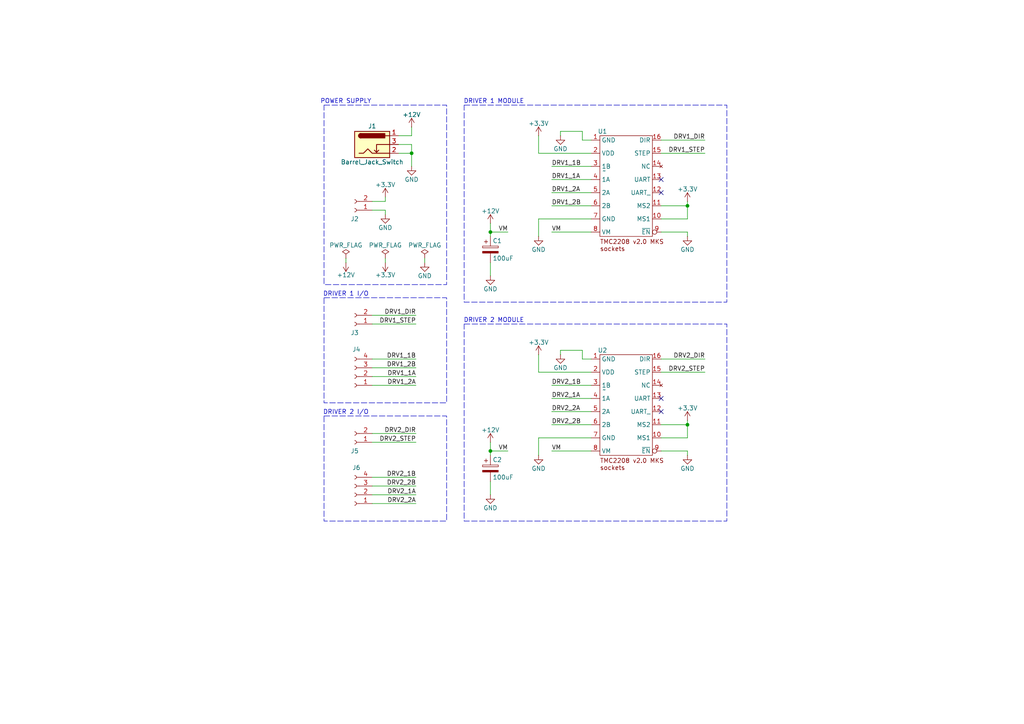
<source format=kicad_sch>
(kicad_sch (version 20231120) (generator "eeschema") (generator_version "8.0")
  (paper "A4")
  (title_block (title "Photohead board") (date "2024-03-02") (rev "v01") (comment 2 "creativecommons.org/licenses/by/4.0") (comment 3 "License: CC BY 4.0") (comment 4 "Author: Bastien Sagetat"))
  (lib_symbols
    (symbol "Connector:Barrel_Jack_Switch" (pin_names hide)
      (property "Reference" "J" (at 0 5.334 0))
      (property "Value" "Barrel_Jack_Switch" (at 0 -5.08 0))
      (symbol "Barrel_Jack_Switch_0_1"
        (rectangle (start -5.08 3.81) (end 5.08 -3.81) (stroke (width 0.254)) (fill (type background)))
        (arc (start -3.302 3.175) (mid -3.9343 2.54) (end -3.302 1.905) (stroke (width 0.254)))
        (arc (start -3.302 3.175) (mid -3.9343 2.54) (end -3.302 1.905) (stroke (width 0.254)) (fill (type outline)))
        (polyline (pts (xy 1.27 -2.286) (xy 1.905 -1.651)) (stroke (width 0.254)))
        (polyline (pts (xy 5.08 2.54) (xy 3.81 2.54)) (stroke (width 0.254)))
        (polyline (pts (xy 5.08 0) (xy 1.27 0) (xy 1.27 -2.286) (xy 0.635 -1.651)) (stroke (width 0.254)))
        (polyline (pts (xy -3.81 -2.54) (xy -2.54 -2.54) (xy -1.27 -1.27) (xy 0 -2.54) (xy 2.54 -2.54) (xy 5.08 -2.54)) (stroke (width 0.254)))
        (rectangle (start 3.683 3.175) (end -3.302 1.905) (stroke (width 0.254)) (fill (type outline)))
      )
      (symbol "Barrel_Jack_Switch_1_1"
        (pin passive line (at 7.62 2.54 180) (length 2.54) (name "~") (number "1"))
        (pin passive line (at 7.62 -2.54 180) (length 2.54) (name "~") (number "2"))
        (pin passive line (at 7.62 0 180) (length 2.54) (name "~") (number "3"))
      )
    )
    (symbol "Connector:Conn_01x02_Socket" (pin_names (offset 1.016) hide)
      (property "Reference" "J" (at 0 2.54 0))
      (property "Value" "Conn_01x02_Socket" (at 0 -5.08 0))
      (symbol "Conn_01x02_Socket_1_1"
        (arc (start 0 -2.032) (mid -0.5058 -2.54) (end 0 -3.048) (stroke (width 0.1524)))
        (polyline (pts (xy -1.27 -2.54) (xy -0.508 -2.54)) (stroke (width 0.1524)))
        (polyline (pts (xy -1.27 0) (xy -0.508 0)) (stroke (width 0.1524)))
        (arc (start 0 0.508) (mid -0.5058 0) (end 0 -0.508) (stroke (width 0.1524)))
        (pin passive line (at -5.08 0 0) (length 3.81) (name "Pin_1") (number "1"))
        (pin passive line (at -5.08 -2.54 0) (length 3.81) (name "Pin_2") (number "2"))
      )
    )
    (symbol "Connector:Conn_01x04_Socket" (pin_names (offset 1.016) hide)
      (property "Reference" "J" (at 0 5.08 0))
      (property "Value" "Conn_01x04_Socket" (at 0 -7.62 0))
      (symbol "Conn_01x04_Socket_1_1"
        (arc (start 0 -4.572) (mid -0.5058 -5.08) (end 0 -5.588) (stroke (width 0.1524)))
        (arc (start 0 -2.032) (mid -0.5058 -2.54) (end 0 -3.048) (stroke (width 0.1524)))
        (polyline (pts (xy -1.27 -5.08) (xy -0.508 -5.08)) (stroke (width 0.1524)))
        (polyline (pts (xy -1.27 -2.54) (xy -0.508 -2.54)) (stroke (width 0.1524)))
        (polyline (pts (xy -1.27 0) (xy -0.508 0)) (stroke (width 0.1524)))
        (polyline (pts (xy -1.27 2.54) (xy -0.508 2.54)) (stroke (width 0.1524)))
        (arc (start 0 0.508) (mid -0.5058 0) (end 0 -0.508) (stroke (width 0.1524)))
        (arc (start 0 3.048) (mid -0.5058 2.54) (end 0 2.032) (stroke (width 0.1524)))
        (pin passive line (at -5.08 2.54 0) (length 3.81) (name "Pin_1") (number "1"))
        (pin passive line (at -5.08 0 0) (length 3.81) (name "Pin_2") (number "2"))
        (pin passive line (at -5.08 -2.54 0) (length 3.81) (name "Pin_3") (number "3"))
        (pin passive line (at -5.08 -5.08 0) (length 3.81) (name "Pin_4") (number "4"))
      )
    )
    (symbol "Device:C_Polarized" (pin_numbers hide) (pin_names (offset 0.254))
      (property "Reference" "C" (at 0.635 2.54 0))
      (property "Value" "C_Polarized" (at 0.635 -2.54 0))
      (symbol "C_Polarized_0_1"
        (rectangle (start -2.286 0.508) (end 2.286 1.016))
        (polyline (pts (xy -1.778 2.286) (xy -0.762 2.286)))
        (polyline (pts (xy -1.27 2.794) (xy -1.27 1.778)))
        (rectangle (start 2.286 -0.508) (end -2.286 -1.016) (fill (type outline)))
      )
      (symbol "C_Polarized_1_1"
        (pin passive line (at 0 3.81 270) (length 2.794) (name "~") (number "1"))
        (pin passive line (at 0 -3.81 90) (length 2.794) (name "~") (number "2"))
      )
    )
    (symbol "TMC2208_v2.0_MKS_sockets_1" (pin_names (offset 0.5))
      (property "Reference" "U" (at -6.858 15.24 0))
      (symbol "TMC2208_v2.0_MKS_sockets_1_0_1"
        (rectangle (start 7.62 13.97) (end -7.62 -15.24))
      )
      (symbol "TMC2208_v2.0_MKS_sockets_1_1_1"
        (text "TMC2208 v2.0 MKS\nsockets" (at -7.62 -17.78 0) (effects (font (size 1.27 1.27)) (justify left)))
        (pin power_in line (at -10.16 12.7 0) (length 2.54) (name "GND") (number "1"))
        (pin input line (at 10.16 -10.16 180) (length 2.54) (name "MS1") (number "10"))
        (pin input line (at 10.16 -6.35 180) (length 2.54) (name "MS2") (number "11"))
        (pin power_in line (at 10.16 -2.54 180) (length 2.54) (name "UART_") (number "12"))
        (pin bidirectional line (at 10.16 1.27 180) (length 2.54) (name "UART") (number "13"))
        (pin no_connect line (at 10.16 5.08 180) (length 2.54) (name "NC") (number "14"))
        (pin input line (at 10.16 8.89 180) (length 2.54) (name "STEP") (number "15"))
        (pin input line (at 10.16 12.7 180) (length 2.54) (name "DIR") (number "16"))
        (pin power_in line (at -10.16 8.89 0) (length 2.54) (name "VDD") (number "2"))
        (pin output line (at -10.16 5.08 0) (length 2.54) (name "1B") (number "3"))
        (pin output line (at -10.16 1.27 0) (length 2.54) (name "1A") (number "4"))
        (pin output line (at -10.16 -2.54 0) (length 2.54) (name "2A") (number "5"))
        (pin output line (at -10.16 -6.35 0) (length 2.54) (name "2B") (number "6"))
        (pin power_in line (at -10.16 -10.16 0) (length 2.54) (name "GND") (number "7"))
        (pin power_in line (at -10.16 -13.97 0) (length 2.54) (name "VM") (number "8"))
        (pin input inverted (at 10.16 -13.97 180) (length 2.54) (name "~{EN}") (number "9"))
      )
    )
    (symbol "power:+12V" (power) (pin_numbers hide) (pin_names (offset 0) hide)
      (property "Value" "+12V" (at 0 3.556 0))
      (symbol "+12V_0_1"
        (polyline (pts (xy -0.762 1.27) (xy 0 2.54)))
        (polyline (pts (xy 0 0) (xy 0 2.54)))
        (polyline (pts (xy 0 2.54) (xy 0.762 1.27)))
      )
      (symbol "+12V_1_1"
        (pin power_in line (at 0 0 90) (length 0) (name "~") (number "1"))
      )
    )
    (symbol "power:+3.3V" (power) (pin_numbers hide) (pin_names (offset 0) hide)
      (property "Value" "+3.3V" (at 0 3.556 0))
      (symbol "+3.3V_0_1"
        (polyline (pts (xy -0.762 1.27) (xy 0 2.54)))
        (polyline (pts (xy 0 0) (xy 0 2.54)))
        (polyline (pts (xy 0 2.54) (xy 0.762 1.27)))
      )
      (symbol "+3.3V_1_1"
        (pin power_in line (at 0 0 90) (length 0) (name "~") (number "1"))
      )
    )
    (symbol "power:GND" (power) (pin_numbers hide) (pin_names (offset 0) hide)
      (property "Value" "GND" (at 0 -3.81 0))
      (symbol "GND_0_1"
        (polyline (pts (xy 0 0) (xy 0 -1.27) (xy 1.27 -1.27) (xy 0 -2.54) (xy -1.27 -1.27) (xy 0 -1.27)))
      )
      (symbol "GND_1_1"
        (pin power_in line (at 0 0 270) (length 0) (name "~") (number "1"))
      )
    )
    (symbol "power:PWR_FLAG" (power) (pin_numbers hide) (pin_names (offset 0) hide)
      (property "Value" "PWR_FLAG" (at 0 3.81 0))
      (symbol "PWR_FLAG_0_0"
        (pin power_out line (at 0 0 90) (length 0) (name "~") (number "1"))
      )
      (symbol "PWR_FLAG_0_1"
        (polyline (pts (xy 0 0) (xy 0 1.27) (xy -1.016 1.905) (xy 0 2.54) (xy 1.016 1.905) (xy 0 1.27)))
      )
    )
  )
  (junction (at 142.24 67.31))
  (junction (at 199.39 123.19))
  (junction (at 142.24 130.81))
  (junction (at 199.39 59.69))
  (junction (at 119.38 44.45))
  (no_connect (at 191.77 115.57))
  (no_connect (at 191.77 52.07))
  (no_connect (at 191.77 119.38))
  (no_connect (at 191.77 55.88))
  (wire (pts (xy 160.02 111.76) (xy 171.45 111.76)))
  (wire (pts (xy 191.77 63.5) (xy 199.39 63.5)))
  (wire (pts (xy 156.21 127) (xy 171.45 127)))
  (wire (pts (xy 107.95 109.22) (xy 120.65 109.22)))
  (wire (pts (xy 199.39 132.08) (xy 199.39 130.81)))
  (wire (pts (xy 142.24 64.77) (xy 142.24 67.31)))
  (wire (pts (xy 162.56 38.1) (xy 162.56 39.37)))
  (wire (pts (xy 107.95 140.97) (xy 120.65 140.97)))
  (wire (pts (xy 199.39 58.42) (xy 199.39 59.69)))
  (wire (pts (xy 142.24 130.81) (xy 142.24 132.08)))
  (wire (pts (xy 107.95 58.42) (xy 111.76 58.42)))
  (wire (pts (xy 107.95 111.76) (xy 120.65 111.76)))
  (wire (pts (xy 142.24 67.31) (xy 142.24 68.58)))
  (wire (pts (xy 171.45 40.64) (xy 168.91 40.64)))
  (wire (pts (xy 191.77 44.45) (xy 204.47 44.45)))
  (wire (pts (xy 156.21 39.37) (xy 156.21 44.45)))
  (wire (pts (xy 142.24 128.27) (xy 142.24 130.81)))
  (wire (pts (xy 191.77 67.31) (xy 199.39 67.31)))
  (wire (pts (xy 142.24 76.2) (xy 142.24 80.01)))
  (wire (pts (xy 168.91 40.64) (xy 168.91 38.1)))
  (wire (pts (xy 107.95 91.44) (xy 120.65 91.44)))
  (wire (pts (xy 171.45 104.14) (xy 168.91 104.14)))
  (wire (pts (xy 119.38 36.83) (xy 119.38 39.37)))
  (wire (pts (xy 191.77 40.64) (xy 204.47 40.64)))
  (wire (pts (xy 107.95 128.27) (xy 120.65 128.27)))
  (wire (pts (xy 191.77 59.69) (xy 199.39 59.69)))
  (wire (pts (xy 156.21 107.95) (xy 171.45 107.95)))
  (wire (pts (xy 119.38 44.45) (xy 119.38 48.26)))
  (wire (pts (xy 168.91 104.14) (xy 168.91 101.6)))
  (wire (pts (xy 115.57 39.37) (xy 119.38 39.37)))
  (wire (pts (xy 168.91 38.1) (xy 162.56 38.1)))
  (wire (pts (xy 160.02 59.69) (xy 171.45 59.69)))
  (wire (pts (xy 115.57 44.45) (xy 119.38 44.45)))
  (wire (pts (xy 142.24 67.31) (xy 147.32 67.31)))
  (wire (pts (xy 142.24 139.7) (xy 142.24 143.51)))
  (wire (pts (xy 191.77 127) (xy 199.39 127)))
  (wire (pts (xy 191.77 107.95) (xy 204.47 107.95)))
  (wire (pts (xy 111.76 74.93) (xy 111.76 76.2)))
  (wire (pts (xy 162.56 101.6) (xy 162.56 102.87)))
  (wire (pts (xy 100.33 74.93) (xy 100.33 76.2)))
  (wire (pts (xy 191.77 130.81) (xy 199.39 130.81)))
  (wire (pts (xy 160.02 115.57) (xy 171.45 115.57)))
  (wire (pts (xy 111.76 60.96) (xy 111.76 62.23)))
  (wire (pts (xy 199.39 121.92) (xy 199.39 123.19)))
  (wire (pts (xy 156.21 44.45) (xy 171.45 44.45)))
  (wire (pts (xy 107.95 138.43) (xy 120.65 138.43)))
  (wire (pts (xy 160.02 130.81) (xy 171.45 130.81)))
  (wire (pts (xy 115.57 41.91) (xy 119.38 41.91)))
  (wire (pts (xy 107.95 104.14) (xy 120.65 104.14)))
  (wire (pts (xy 107.95 125.73) (xy 120.65 125.73)))
  (wire (pts (xy 107.95 106.68) (xy 120.65 106.68)))
  (wire (pts (xy 107.95 143.51) (xy 120.65 143.51)))
  (wire (pts (xy 160.02 48.26) (xy 171.45 48.26)))
  (wire (pts (xy 191.77 104.14) (xy 204.47 104.14)))
  (wire (pts (xy 142.24 130.81) (xy 147.32 130.81)))
  (wire (pts (xy 107.95 60.96) (xy 111.76 60.96)))
  (wire (pts (xy 156.21 68.58) (xy 156.21 63.5)))
  (wire (pts (xy 111.76 58.42) (xy 111.76 57.15)))
  (wire (pts (xy 199.39 59.69) (xy 199.39 63.5)))
  (wire (pts (xy 168.91 101.6) (xy 162.56 101.6)))
  (wire (pts (xy 156.21 102.87) (xy 156.21 107.95)))
  (wire (pts (xy 156.21 63.5) (xy 171.45 63.5)))
  (wire (pts (xy 160.02 119.38) (xy 171.45 119.38)))
  (wire (pts (xy 107.95 146.05) (xy 120.65 146.05)))
  (wire (pts (xy 156.21 132.08) (xy 156.21 127)))
  (wire (pts (xy 199.39 68.58) (xy 199.39 67.31)))
  (wire (pts (xy 160.02 123.19) (xy 171.45 123.19)))
  (wire (pts (xy 199.39 123.19) (xy 199.39 127)))
  (wire (pts (xy 160.02 67.31) (xy 171.45 67.31)))
  (wire (pts (xy 160.02 55.88) (xy 171.45 55.88)))
  (wire (pts (xy 119.38 41.91) (xy 119.38 44.45)))
  (wire (pts (xy 123.19 74.93) (xy 123.19 76.2)))
  (wire (pts (xy 160.02 52.07) (xy 171.45 52.07)))
  (wire (pts (xy 107.95 93.98) (xy 120.65 93.98)))
  (wire (pts (xy 191.77 123.19) (xy 199.39 123.19)))
  (rectangle (start 134.62 30.48) (end 210.82 87.63) (stroke (width 0) (type dash)))
  (rectangle (start 93.98 120.65) (end 129.54 151.13) (stroke (width 0) (type dash)))
  (rectangle (start 93.98 86.36) (end 129.54 116.84) (stroke (width 0) (type dash)))
  (rectangle (start 134.62 93.98) (end 210.82 151.13) (stroke (width 0) (type dash)))
  (rectangle (start 93.98 30.48) (end 129.54 82.55) (stroke (width 0) (type dash)))
  (text "DRIVER 1 MODULE" (at 143.256 29.464 0) (effects (font (size 1.27 1.27))))
  (text "POWER SUPPLY" (at 100.33 29.464 0) (effects (font (size 1.27 1.27))))
  (text "DRIVER 2 I/O" (at 100.33 119.634 0) (effects (font (size 1.27 1.27))))
  (text "DRIVER 2 MODULE" (at 143.256 92.964 0) (effects (font (size 1.27 1.27))))
  (text "DRIVER 1 I/O" (at 100.33 85.344 0) (effects (font (size 1.27 1.27))))
  (label "VM" (at 160.02 67.31 0))
  (label "DRV1_2A" (at 120.65 111.76 180))
  (label "DRV1_STEP" (at 120.65 93.98 180))
  (label "DRV2_DIR" (at 204.47 104.14 180))
  (label "VM" (at 147.32 130.81 180))
  (label "DRV1_1A" (at 160.02 52.07 0))
  (label "DRV2_STEP" (at 204.47 107.95 180))
  (label "DRV2_2B" (at 160.02 123.19 0))
  (label "DRV2_STEP" (at 120.65 128.27 180))
  (label "DRV1_DIR" (at 204.47 40.64 180))
  (label "DRV1_2B" (at 120.65 106.68 180))
  (label "DRV2_1A" (at 160.02 115.57 0))
  (label "VM" (at 147.32 67.31 180))
  (label "DRV1_1B" (at 120.65 104.14 180))
  (label "DRV2_1B" (at 120.65 138.43 180))
  (label "DRV1_1A" (at 120.65 109.22 180))
  (label "DRV1_2A" (at 160.02 55.88 0))
  (label "DRV2_2A" (at 160.02 119.38 0))
  (label "DRV2_1A" (at 120.65 143.51 180))
  (label "VM" (at 160.02 130.81 0))
  (label "DRV1_1B" (at 160.02 48.26 0))
  (label "DRV2_DIR" (at 120.65 125.73 180))
  (label "DRV1_STEP" (at 204.47 44.45 180))
  (label "DRV2_2A" (at 120.65 146.05 180))
  (label "DRV1_2B" (at 160.02 59.69 0))
  (label "DRV2_2B" (at 120.65 140.97 180))
  (label "DRV1_DIR" (at 120.65 91.44 180))
  (label "DRV2_1B" (at 160.02 111.76 0))
  (symbol (lib_id "power:+3.3V") (at 199.39 121.92 0) (unit 1)
    (property "Reference" "#PWR017" (effects (hide yes)))
    (property "Value" "+3.3V" (at 199.39 118.364 0))
    (property "Description" "Power symbol creates a global label with name \"+3.3V\"" (effects (hide yes)))
  )
  (symbol (lib_id "power:+3.3V") (at 156.21 39.37 0) (unit 1)
    (property "Reference" "#PWR03" (effects (hide yes)))
    (property "Value" "+3.3V" (at 156.21 35.814 0))
    (property "Description" "Power symbol creates a global label with name \"+3.3V\"" (effects (hide yes)))
  )
  (symbol (lib_id "Connector:Conn_01x02_Socket") (at 102.87 128.27 180) (unit 1)
    (property "Reference" "J5" (at 102.87 130.81 0))
    (property "Value" "Conn_01x02_Socket" (effects (hide yes)))
    (property "Footprint" "Connector_PinHeader_2.54mm:PinHeader_1x02_P2.54mm_Vertical" (effects (hide yes)))
    (property "Description" "Generic connector, single row, 01x02, script generated" (effects (hide yes)))
  )
  (symbol (lib_id "power:+12V") (at 119.38 36.83 0) (unit 1)
    (property "Reference" "#PWR011" (effects (hide yes)))
    (property "Value" "+12V" (at 119.38 33.274 0))
    (property "Description" "Power symbol creates a global label with name \"+12V\"" (effects (hide yes)))
  )
  (symbol (lib_id "power:GND") (at 123.19 76.2 0) (unit 1)
    (property "Reference" "#PWR021" (effects (hide yes)))
    (property "Value" "GND" (at 123.19 80.01 0))
    (property "Description" "Power symbol creates a global label with name \"GND\" , ground" (effects (hide yes)))
  )
  (symbol (lib_id "power:PWR_FLAG") (at 123.19 74.93 0) (unit 1)
    (property "Reference" "#FLG03" (effects (hide yes)))
    (property "Value" "PWR_FLAG" (at 123.19 71.12 0))
    (property "Description" "Special symbol for telling ERC where power comes from" (effects (hide yes)))
  )
  (symbol (lib_id "Connector:Conn_01x02_Socket") (at 102.87 60.96 180) (unit 1)
    (property "Reference" "J2" (at 102.87 63.5 0))
    (property "Value" "Conn_01x02_Socket" (effects (hide yes)))
    (property "Footprint" "Connector_PinHeader_2.54mm:PinHeader_1x02_P2.54mm_Vertical" (effects (hide yes)))
    (property "Description" "Generic connector, single row, 01x02, script generated" (effects (hide yes)))
  )
  (symbol (lib_id "Connector:Conn_01x04_Socket") (at 102.87 143.51 180) (unit 1)
    (property "Reference" "J6" (at 103.378 135.636 0))
    (property "Value" "Conn_01x04_Socket" (effects (hide yes)))
    (property "Footprint" "Connector_PinHeader_2.54mm:PinHeader_1x04_P2.54mm_Vertical" (effects (hide yes)))
    (property "Description" "Generic connector, single row, 01x04, script generated" (effects (hide yes)))
  )
  (symbol (lib_id "Device:C_Polarized") (at 142.24 72.39 0) (unit 1)
    (property "Reference" "C1" (at 142.875 69.85 0) (effects (justify left)))
    (property "Value" "100uF" (at 142.875 74.93 0) (effects (justify left)))
    (property "Description" "Polarized capacitor" (effects (hide yes)))
  )
  (symbol (lib_name "TMC2208_v2.0_MKS_sockets_1") (lib_id "photohead-elec:TMC2208_v2.0_MKS_sockets") (at 181.61 116.84 0) (unit 1)
    (property "Reference" "U2" (at 174.752 101.6 0))
    (property "Value" "~" (at 175.26 113.03 0))
    (property "Footprint" "photo-elec:TMC2208_v2.0_MKS_sockets" (effects (hide yes)))
  )
  (symbol (lib_id "power:GND") (at 156.21 68.58 0) (unit 1)
    (property "Reference" "#PWR07" (effects (hide yes)))
    (property "Value" "GND" (at 156.21 72.39 0))
    (property "Description" "Power symbol creates a global label with name \"GND\" , ground" (effects (hide yes)))
  )
  (symbol (lib_id "power:+3.3V") (at 111.76 57.15 0) (unit 1)
    (property "Reference" "#PWR06" (effects (hide yes)))
    (property "Value" "+3.3V" (at 111.76 53.594 0))
    (property "Description" "Power symbol creates a global label with name \"+3.3V\"" (effects (hide yes)))
  )
  (symbol (lib_id "power:GND") (at 142.24 143.51 0) (unit 1)
    (property "Reference" "#PWR013" (effects (hide yes)))
    (property "Value" "GND" (at 142.24 147.32 0))
    (property "Description" "Power symbol creates a global label with name \"GND\" , ground" (effects (hide yes)))
  )
  (symbol (lib_id "power:PWR_FLAG") (at 100.33 74.93 0) (unit 1)
    (property "Reference" "#FLG01" (effects (hide yes)))
    (property "Value" "PWR_FLAG" (at 100.33 71.12 0))
    (property "Description" "Special symbol for telling ERC where power comes from" (effects (hide yes)))
  )
  (symbol (lib_id "power:+3.3V") (at 111.76 76.2 180) (unit 1)
    (property "Reference" "#PWR019" (effects (hide yes)))
    (property "Value" "+3.3V" (at 111.76 79.756 0))
    (property "Description" "Power symbol creates a global label with name \"+3.3V\"" (effects (hide yes)))
  )
  (symbol (lib_id "power:GND") (at 162.56 39.37 0) (unit 1)
    (property "Reference" "#PWR08" (effects (hide yes)))
    (property "Value" "GND" (at 162.56 43.18 0))
    (property "Description" "Power symbol creates a global label with name \"GND\" , ground" (effects (hide yes)))
  )
  (symbol (lib_id "power:GND") (at 162.56 102.87 0) (unit 1)
    (property "Reference" "#PWR016" (effects (hide yes)))
    (property "Value" "GND" (at 162.56 106.68 0))
    (property "Description" "Power symbol creates a global label with name \"GND\" , ground" (effects (hide yes)))
  )
  (symbol (lib_id "power:+12V") (at 100.33 76.2 180) (unit 1)
    (property "Reference" "#PWR020" (effects (hide yes)))
    (property "Value" "+12V" (at 100.33 79.756 0))
    (property "Description" "Power symbol creates a global label with name \"+12V\"" (effects (hide yes)))
  )
  (symbol (lib_id "power:GND") (at 119.38 48.26 0) (unit 1)
    (property "Reference" "#PWR010" (effects (hide yes)))
    (property "Value" "GND" (at 119.38 52.07 0))
    (property "Description" "Power symbol creates a global label with name \"GND\" , ground" (effects (hide yes)))
  )
  (symbol (lib_id "Device:C_Polarized") (at 142.24 135.89 0) (unit 1)
    (property "Reference" "C2" (at 142.875 133.35 0) (effects (justify left)))
    (property "Value" "100uF" (at 142.875 138.43 0) (effects (justify left)))
    (property "Description" "Polarized capacitor" (effects (hide yes)))
  )
  (symbol (lib_id "power:GND") (at 142.24 80.01 0) (unit 1)
    (property "Reference" "#PWR02" (effects (hide yes)))
    (property "Value" "GND" (at 142.24 83.82 0))
    (property "Description" "Power symbol creates a global label with name \"GND\" , ground" (effects (hide yes)))
  )
  (symbol (lib_id "Connector:Conn_01x02_Socket") (at 102.87 93.98 180) (unit 1)
    (property "Reference" "J3" (at 102.87 96.52 0))
    (property "Value" "Conn_01x02_Socket" (effects (hide yes)))
    (property "Footprint" "Connector_PinHeader_2.54mm:PinHeader_1x02_P2.54mm_Vertical" (effects (hide yes)))
    (property "Description" "Generic connector, single row, 01x02, script generated" (effects (hide yes)))
  )
  (symbol (lib_id "Connector:Conn_01x04_Socket") (at 102.87 109.22 180) (unit 1)
    (property "Reference" "J4" (at 103.378 101.346 0))
    (property "Value" "Conn_01x04_Socket" (effects (hide yes)))
    (property "Footprint" "Connector_PinHeader_2.54mm:PinHeader_1x04_P2.54mm_Vertical" (effects (hide yes)))
    (property "Description" "Generic connector, single row, 01x04, script generated" (effects (hide yes)))
  )
  (symbol (lib_id "power:GND") (at 199.39 68.58 0) (unit 1)
    (property "Reference" "#PWR05" (effects (hide yes)))
    (property "Value" "GND" (at 199.39 72.39 0))
    (property "Description" "Power symbol creates a global label with name \"GND\" , ground" (effects (hide yes)))
  )
  (symbol (lib_id "power:+12V") (at 142.24 64.77 0) (unit 1)
    (property "Reference" "#PWR04" (effects (hide yes)))
    (property "Value" "+12V" (at 142.24 61.214 0))
    (property "Description" "Power symbol creates a global label with name \"+12V\"" (effects (hide yes)))
  )
  (symbol (lib_id "power:PWR_FLAG") (at 111.76 74.93 0) (unit 1)
    (property "Reference" "#FLG02" (effects (hide yes)))
    (property "Value" "PWR_FLAG" (at 111.76 71.12 0))
    (property "Description" "Special symbol for telling ERC where power comes from" (effects (hide yes)))
  )
  (symbol (lib_id "power:+3.3V") (at 156.21 102.87 0) (unit 1)
    (property "Reference" "#PWR014" (effects (hide yes)))
    (property "Value" "+3.3V" (at 156.21 99.314 0))
    (property "Description" "Power symbol creates a global label with name \"+3.3V\"" (effects (hide yes)))
  )
  (symbol (lib_name "TMC2208_v2.0_MKS_sockets_1") (lib_id "photohead-elec:TMC2208_v2.0_MKS_sockets") (at 181.61 53.34 0) (unit 1)
    (property "Reference" "U1" (at 174.752 38.1 0))
    (property "Value" "~" (at 175.26 49.53 0))
    (property "Footprint" "photo-elec:TMC2208_v2.0_MKS_sockets" (effects (hide yes)))
  )
  (symbol (lib_id "power:+3.3V") (at 199.39 58.42 0) (unit 1)
    (property "Reference" "#PWR01" (effects (hide yes)))
    (property "Value" "+3.3V" (at 199.39 54.864 0))
    (property "Description" "Power symbol creates a global label with name \"+3.3V\"" (effects (hide yes)))
  )
  (symbol (lib_id "power:GND") (at 156.21 132.08 0) (unit 1)
    (property "Reference" "#PWR015" (effects (hide yes)))
    (property "Value" "GND" (at 156.21 135.89 0))
    (property "Description" "Power symbol creates a global label with name \"GND\" , ground" (effects (hide yes)))
  )
  (symbol (lib_id "power:GND") (at 111.76 62.23 0) (unit 1)
    (property "Reference" "#PWR09" (effects (hide yes)))
    (property "Value" "GND" (at 111.76 66.04 0))
    (property "Description" "Power symbol creates a global label with name \"GND\" , ground" (effects (hide yes)))
  )
  (symbol (lib_id "Connector:Barrel_Jack_Switch") (at 107.95 41.91 0) (unit 1)
    (property "Reference" "J1" (at 107.95 36.576 0))
    (property "Value" "Barrel_Jack_Switch" (at 107.95 46.99 0))
    (property "Footprint" "Connector_BarrelJack:BarrelJack_Horizontal" (effects (hide yes)))
    (property "Description" "DC Barrel Jack with an internal switch" (effects (hide yes)))
  )
  (symbol (lib_id "power:+12V") (at 142.24 128.27 0) (unit 1)
    (property "Reference" "#PWR012" (effects (hide yes)))
    (property "Value" "+12V" (at 142.24 124.714 0))
    (property "Description" "Power symbol creates a global label with name \"+12V\"" (effects (hide yes)))
  )
  (symbol (lib_id "power:GND") (at 199.39 132.08 0) (unit 1)
    (property "Reference" "#PWR018" (effects (hide yes)))
    (property "Value" "GND" (at 199.39 135.89 0))
    (property "Description" "Power symbol creates a global label with name \"GND\" , ground" (effects (hide yes)))
  )
)
</source>
